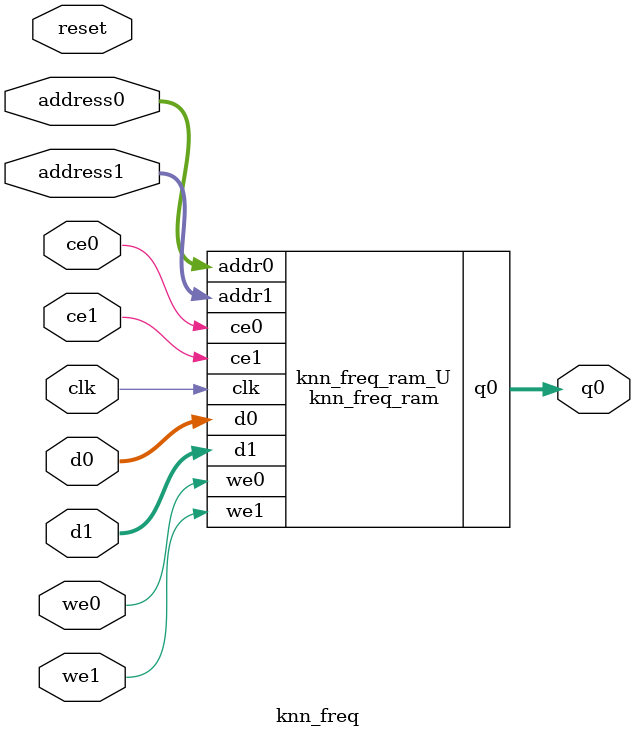
<source format=v>
`timescale 1 ns / 1 ps
module knn_freq_ram (addr0, ce0, d0, we0, q0, addr1, ce1, d1, we1,  clk);

parameter DWIDTH = 32;
parameter AWIDTH = 4;
parameter MEM_SIZE = 10;

input[AWIDTH-1:0] addr0;
input ce0;
input[DWIDTH-1:0] d0;
input we0;
output reg[DWIDTH-1:0] q0;
input[AWIDTH-1:0] addr1;
input ce1;
input[DWIDTH-1:0] d1;
input we1;
input clk;

(* ram_style = "block" *)reg [DWIDTH-1:0] ram[0:MEM_SIZE-1];




always @(posedge clk)  
begin 
    if (ce0) begin
        if (we0) 
            ram[addr0] <= d0; 
        q0 <= ram[addr0];
    end
end


always @(posedge clk)  
begin 
    if (ce1) begin
        if (we1) 
            ram[addr1] <= d1; 
    end
end


endmodule

`timescale 1 ns / 1 ps
module knn_freq(
    reset,
    clk,
    address0,
    ce0,
    we0,
    d0,
    q0,
    address1,
    ce1,
    we1,
    d1);

parameter DataWidth = 32'd32;
parameter AddressRange = 32'd10;
parameter AddressWidth = 32'd4;
input reset;
input clk;
input[AddressWidth - 1:0] address0;
input ce0;
input we0;
input[DataWidth - 1:0] d0;
output[DataWidth - 1:0] q0;
input[AddressWidth - 1:0] address1;
input ce1;
input we1;
input[DataWidth - 1:0] d1;



knn_freq_ram knn_freq_ram_U(
    .clk( clk ),
    .addr0( address0 ),
    .ce0( ce0 ),
    .we0( we0 ),
    .d0( d0 ),
    .q0( q0 ),
    .addr1( address1 ),
    .ce1( ce1 ),
    .we1( we1 ),
    .d1( d1 ));

endmodule


</source>
